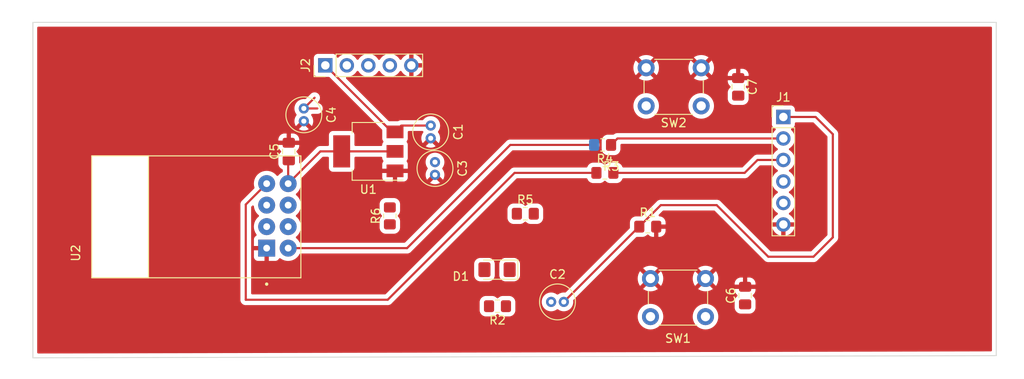
<source format=kicad_pcb>
(kicad_pcb (version 20211014) (generator pcbnew)
  (layers (0 "F.Cu" signal) (31 "B.Cu" signal) (34 "B.Paste" user) (35 "F.Paste" user) (36 "B.SilkS" user "B.Silkscreen") (37 "F.SilkS" user "F.Silkscreen") (38 "B.Mask" user) (39 "F.Mask" user) (44 "Edge.Cuts" user))
  (net 0 "")
  (net 1 "5v")
  (net 2 "GND")
  (net 3 "uC_RST")
  (net 4 "DTR")
  (net 5 "3.3v")
  (net 6 "PRG")
  (net 7 "Net-(J1-Pad2)")
  (net 8 "Net-(J1-Pad3)")
  (net 11 "uC_TX")
  (net 12 "uC_RX")
  (net 13 "Net-(R6-Pad1)")
  (footprint "Resistor_SMD:R_0805_2012Metric_Pad1.20x1.40mm_HandSolder" (layer "F.Cu") (at 71.136 107.188 180)
    (fp_text reference "R2" (at 0 -1.65) (layer "F.SilkS"))
    (fp_text value "10k")
    (fp_line (start -0.227064 0.735) (end 0.227064 0.735) (layer "F.SilkS") (width 0.12))
    (fp_line (start -0.227064 -0.735) (end 0.227064 -0.735) (layer "F.SilkS") (width 0.12))
    (pad "1" smd roundrect (at -1 0 180) (size 1.2 1.4) (layers "F.Cu" "F.Paste" "F.Mask") (roundrect_rratio 0.208333) (net 5 "3.3v"))
    (pad "2" smd roundrect (at 1 0 180) (size 1.2 1.4) (layers "F.Cu" "F.Paste" "F.Mask") (roundrect_rratio 0.208333) (net 3 "uC_RST"))
  )
  (footprint "Capacitor_SMD:C_0805_2012Metric_Pad1.18x1.45mm_HandSolder" (layer "F.Cu") (at 46.482 88.9215 90)
    (fp_text reference "C5" (at 0 -1.68 90) (layer "F.SilkS"))
    (fp_text value "0.1u")
    (fp_line (start -0.261252 -0.735) (end 0.261252 -0.735) (layer "F.SilkS") (width 0.12))
    (fp_line (start -0.261252 0.735) (end 0.261252 0.735) (layer "F.SilkS") (width 0.12))
    (pad "1" smd roundrect (at -1.0375 0 90) (size 1.175 1.45) (layers "F.Cu" "F.Paste" "F.Mask") (roundrect_rratio 0.212766) (net 5 "3.3v"))
    (pad "2" smd roundrect (at 1.0375 0 90) (size 1.175 1.45) (layers "F.Cu" "F.Paste" "F.Mask") (roundrect_rratio 0.212766) (net 2 "GND"))
  )
  (footprint "Capacitor_SMD:C_0805_2012Metric_Pad1.18x1.45mm_HandSolder" (layer "F.Cu") (at 100.382 105.9325 90)
    (fp_text reference "C6" (at 0 -1.68 90) (layer "F.SilkS"))
    (fp_text value "0.1u")
    (fp_line (start -0.261252 -0.735) (end 0.261252 -0.735) (layer "F.SilkS") (width 0.12))
    (fp_line (start -0.261252 0.735) (end 0.261252 0.735) (layer "F.SilkS") (width 0.12))
    (pad "1" smd roundrect (at -1.0375 0 90) (size 1.175 1.45) (layers "F.Cu" "F.Paste" "F.Mask") (roundrect_rratio 0.212766) (net 6 "PRG"))
    (pad "2" smd roundrect (at 1.0375 0 90) (size 1.175 1.45) (layers "F.Cu" "F.Paste" "F.Mask") (roundrect_rratio 0.212766) (net 2 "GND"))
  )
  (footprint "Diode_SMD:D_1206_3216Metric_Pad1.42x1.75mm_HandSolder" (layer "F.Cu") (at 71.0835 102.87 180)
    (fp_text reference "D1" (at 4.2815 -0.804) (layer "F.SilkS"))
    (fp_text value "D")
    (fp_line (start 1.6 -1.135) (end -2.46 -1.135) (layer "F.SilkS") (width 0.12))
    (fp_line (start -2.46 1.135) (end 1.6 1.135) (layer "F.SilkS") (width 0.12))
    (fp_line (start -2.46 -1.135) (end -2.46 1.135) (layer "F.SilkS") (width 0.12))
    (pad "1" smd roundrect (at -1.4875 0 180) (size 1.425 1.75) (layers "F.Cu" "F.Paste" "F.Mask") (roundrect_rratio 0.175439) (net 5 "3.3v"))
    (pad "2" smd roundrect (at 1.4875 0 180) (size 1.425 1.75) (layers "F.Cu" "F.Paste" "F.Mask") (roundrect_rratio 0.175439) (net 3 "uC_RST"))
  )
  (footprint "Package_TO_SOT_SMD:SOT-223-3_TabPin2" (layer "F.Cu") (at 55.88 88.9 180)
    (fp_text reference "U1" (at 0 -4.5) (layer "F.SilkS"))
    (fp_text value "AMS1117-3.3")
    (fp_line (start -4.1 -3.41) (end 1.91 -3.41) (layer "F.SilkS") (width 0.12))
    (fp_line (start 1.91 -3.41) (end 1.91 -2.15) (layer "F.SilkS") (width 0.12))
    (fp_line (start -1.85 3.41) (end 1.91 3.41) (layer "F.SilkS") (width 0.12))
    (fp_line (start 1.91 3.41) (end 1.91 2.15) (layer "F.SilkS") (width 0.12))
    (pad "1" smd rect (at -3.15 -2.3 180) (size 2 1.5) (layers "F.Cu" "F.Paste" "F.Mask") (net 2 "GND"))
    (pad "2" smd rect (at 3.15 0 180) (size 2 3.8) (layers "F.Cu" "F.Paste" "F.Mask") (net 5 "3.3v"))
    (pad "2" smd rect (at -3.15 0 180) (size 2 1.5) (layers "F.Cu" "F.Paste" "F.Mask") (net 5 "3.3v"))
    (pad "3" smd rect (at -3.15 2.3 180) (size 2 1.5) (layers "F.Cu" "F.Paste" "F.Mask") (net 1 "5v"))
  )
  (footprint "Connector_PinHeader_2.54mm:PinHeader_1x06_P2.54mm_Vertical" (layer "F.Cu") (at 104.902 84.836)
    (fp_text reference "J1" (at 0 -2.33) (layer "F.SilkS"))
    (fp_text value "Conn_01x06_Female")
    (fp_line (start -1.33 -1.33) (end 0 -1.33) (layer "F.SilkS") (width 0.12))
    (fp_line (start -1.33 14.03) (end 1.33 14.03) (layer "F.SilkS") (width 0.12))
    (fp_line (start -1.33 1.27) (end -1.33 14.03) (layer "F.SilkS") (width 0.12))
    (fp_line (start -1.33 1.27) (end 1.33 1.27) (layer "F.SilkS") (width 0.12))
    (fp_line (start -1.33 0) (end -1.33 -1.33) (layer "F.SilkS") (width 0.12))
    (fp_line (start 1.33 1.27) (end 1.33 14.03) (layer "F.SilkS") (width 0.12))
    (pad "1" thru_hole rect (at 0 0) (size 1.7 1.7) (drill 1) (layers *.Cu *.Mask) (net 4 "DTR"))
    (pad "2" thru_hole oval (at 0 2.54) (size 1.7 1.7) (drill 1) (layers *.Cu *.Mask) (net 7 "Net-(J1-Pad2)"))
    (pad "3" thru_hole oval (at 0 5.08) (size 1.7 1.7) (drill 1) (layers *.Cu *.Mask) (net 8 "Net-(J1-Pad3)"))
    (pad "4" thru_hole oval (at 0 7.62) (size 1.7 1.7) (drill 1) (layers *.Cu *.Mask))
    (pad "5" thru_hole oval (at 0 10.16) (size 1.7 1.7) (drill 1) (layers *.Cu *.Mask))
    (pad "6" thru_hole oval (at 0 12.7) (size 1.7 1.7) (drill 1) (layers *.Cu *.Mask) (net 2 "GND"))
  )
  (footprint "Resistor_SMD:R_0805_2012Metric_Pad1.20x1.40mm_HandSolder" (layer "F.Cu") (at 83.82 91.44)
    (fp_text reference "R4" (at 0 -1.65) (layer "F.SilkS"))
    (fp_text value "330")
    (fp_line (start -0.227064 -0.735) (end 0.227064 -0.735) (layer "F.SilkS") (width 0.12))
    (fp_line (start -0.227064 0.735) (end 0.227064 0.735) (layer "F.SilkS") (width 0.12))
    (pad "1" smd roundrect (at -1 0) (size 1.2 1.4) (layers "F.Cu" "F.Paste" "F.Mask") (roundrect_rratio 0.208333) (net 12 "uC_RX"))
    (pad "2" smd roundrect (at 1 0) (size 1.2 1.4) (layers "F.Cu" "F.Paste" "F.Mask") (roundrect_rratio 0.208333) (net 8 "Net-(J1-Pad3)"))
  )
  (footprint "Resistor_SMD:R_0805_2012Metric_Pad1.20x1.40mm_HandSolder" (layer "F.Cu") (at 88.884 97.79)
    (fp_text reference "R1" (at 0 -1.65) (layer "F.SilkS"))
    (fp_text value "680")
    (fp_line (start -0.227064 -0.735) (end 0.227064 -0.735) (layer "F.SilkS") (width 0.12))
    (fp_line (start -0.227064 0.735) (end 0.227064 0.735) (layer "F.SilkS") (width 0.12))
    (pad "1" smd roundrect (at -1 0) (size 1.2 1.4) (layers "F.Cu" "F.Paste" "F.Mask") (roundrect_rratio 0.208333) (net 4 "DTR"))
    (pad "2" smd roundrect (at 1 0) (size 1.2 1.4) (layers "F.Cu" "F.Paste" "F.Mask") (roundrect_rratio 0.208333) (net 2 "GND"))
  )
  (footprint "ESP01:XCVR_ESP8266-01_ESP-01" (layer "F.Cu") (at 35.56 96.52 90)
    (fp_text reference "U2" (at -4.385 -14.235 90) (layer "F.SilkS"))
    (fp_text value "ESP01")
    (fp_line (start -7.31 12.35) (end -7.31 -5.65) (layer "F.SilkS") (width 0.127))
    (fp_line (start 7.09 -5.65) (end -7.31 -5.65) (layer "F.SilkS") (width 0.127))
    (fp_line (start -7.31 -12.35) (end 7.09 -12.35) (layer "F.SilkS") (width 0.127))
    (fp_line (start 7.09 -12.35) (end 7.09 -5.65) (layer "F.SilkS") (width 0.127))
    (fp_line (start 7.09 12.35) (end -7.31 12.35) (layer "F.SilkS") (width 0.127))
    (fp_line (start -7.31 -5.65) (end -7.31 -12.35) (layer "F.SilkS") (width 0.127))
    (fp_line (start 7.09 -5.65) (end 7.09 12.35) (layer "F.SilkS") (width 0.127))
    (fp_circle (center -8.06 8.31) (end -7.96 8.31) (layer "F.SilkS") (width 0.2) (fill none))
    (pad "1" thru_hole rect (at -3.81 8.31 90) (size 2 2) (drill 0.8) (layers *.Cu *.Mask) (net 2 "GND"))
    (pad "2" thru_hole circle (at -1.27 8.31 90) (size 2 2) (drill 0.8) (layers *.Cu *.Mask) (net 13 "Net-(R6-Pad1)"))
    (pad "3" thru_hole circle (at 1.27 8.31 90) (size 2 2) (drill 0.8) (layers *.Cu *.Mask) (net 6 "PRG"))
    (pad "4" thru_hole circle (at 3.81 8.31 90) (size 2 2) (drill 0.8) (layers *.Cu *.Mask) (net 12 "uC_RX"))
    (pad "5" thru_hole circle (at -3.81 10.85 90) (size 2 2) (drill 0.8) (layers *.Cu *.Mask) (net 11 "uC_TX"))
    (pad "6" thru_hole circle (at -1.27 10.85 90) (size 2 2) (drill 0.8) (layers *.Cu *.Mask) (net 5 "3.3v"))
    (pad "7" thru_hole circle (at 1.27 10.85 90) (size 2 2) (drill 0.8) (layers *.Cu *.Mask) (net 3 "uC_RST"))
    (pad "8" thru_hole circle (at 3.81 10.85 90) (size 2 2) (drill 0.8) (layers *.Cu *.Mask) (net 5 "3.3v"))
    (zone (net 0) (net_name "") (layer "F.Cu") (connect_pads (clearance 0)) (min_thickness 0.01)
      (keepout (tracks not_allowed) (vias not_allowed) (pads not_allowed) (copperpour not_allowed) (footprints allowed))
      (fill (thermal_gap 0.508) (thermal_bridge_width 0.508))
      (polygon (pts (xy 23.21 103.83) (xy 23.21 89.43) (xy 29.91 89.43) (xy 29.91 103.83)))
    )
  )
  (footprint "Button_Switch_THT:SW_PUSH_6mm_H5mm" (layer "F.Cu") (at 95.706 108.422 180)
    (fp_text reference "SW1" (at 3.25 -2.576) (layer "F.SilkS"))
    (fp_text value "SW_DIP_x01")
    (fp_line (start -0.25 1.5) (end -0.25 3) (layer "F.SilkS") (width 0.12))
    (fp_line (start 6.75 3) (end 6.75 1.5) (layer "F.SilkS") (width 0.12))
    (fp_line (start 5.5 -1) (end 1 -1) (layer "F.SilkS") (width 0.12))
    (fp_line (start 1 5.5) (end 5.5 5.5) (layer "F.SilkS") (width 0.12))
    (pad "1" thru_hole circle (at 0 0 270) (size 2 2) (drill 1.1) (layers *.Cu *.Mask) (net 6 "PRG"))
    (pad "1" thru_hole circle (at 6.5 0 270) (size 2 2) (drill 1.1) (layers *.Cu *.Mask) (net 6 "PRG"))
    (pad "2" thru_hole circle (at 6.5 4.5 270) (size 2 2) (drill 1.1) (layers *.Cu *.Mask) (net 2 "GND"))
    (pad "2" thru_hole circle (at 0 4.5 270) (size 2 2) (drill 1.1) (layers *.Cu *.Mask) (net 2 "GND"))
  )
  (footprint "Connector_PinHeader_2.54mm:PinHeader_1x05_P2.54mm_Vertical" (layer "F.Cu") (at 50.8 78.74 90)
    (fp_text reference "J2" (at 0 -2.33 90) (layer "F.SilkS"))
    (fp_text value "Conn_01x05_Female")
    (fp_line (start -1.33 11.49) (end 1.33 11.49) (layer "F.SilkS") (width 0.12))
    (fp_line (start -1.33 1.27) (end 1.33 1.27) (layer "F.SilkS") (width 0.12))
    (fp_line (start -1.33 -1.33) (end 0 -1.33) (layer "F.SilkS") (width 0.12))
    (fp_line (start -1.33 1.27) (end -1.33 11.49) (layer "F.SilkS") (width 0.12))
    (fp_line (start 1.33 1.27) (end 1.33 11.49) (layer "F.SilkS") (width 0.12))
    (fp_line (start -1.33 0) (end -1.33 -1.33) (layer "F.SilkS") (width 0.12))
    (pad "1" thru_hole rect (at 0 0 90) (size 1.7 1.7) (drill 1) (layers *.Cu *.Mask) (net 1 "5v"))
    (pad "2" thru_hole oval (at 0 2.54 90) (size 1.7 1.7) (drill 1) (layers *.Cu *.Mask))
    (pad "3" thru_hole oval (at 0 5.08 90) (size 1.7 1.7) (drill 1) (layers *.Cu *.Mask))
    (pad "4" thru_hole oval (at 0 7.62 90) (size 1.7 1.7) (drill 1) (layers *.Cu *.Mask))
    (pad "5" thru_hole oval (at 0 10.16 90) (size 1.7 1.7) (drill 1) (layers *.Cu *.Mask) (net 2 "GND"))
  )
  (footprint "Resistor_SMD:R_0805_2012Metric_Pad1.20x1.40mm_HandSolder" (layer "F.Cu") (at 83.55 88.138 180)
    (fp_text reference "R3" (at -1.016 -2.54) (layer "F.SilkS"))
    (fp_text value "330")
    (fp_line (start -0.227064 0.735) (end 0.227064 0.735) (layer "F.SilkS") (width 0.12))
    (fp_line (start -0.227064 -0.735) (end 0.227064 -0.735) (layer "F.SilkS") (width 0.12))
    (pad "1" smd roundrect (at -1 0 180) (size 1.2 1.4) (layers "F.Cu" "F.Paste" "F.Mask") (roundrect_rratio 0.208333) (net 7 "Net-(J1-Pad2)"))
    (pad "2" smd roundrect (at 1 0 180) (size 1.2 1.4) (layers "B.Cu" "F.Paste" "F.Mask") (roundrect_rratio 0.208333) (net 11 "uC_TX"))
  )
  (footprint "Capacitor_THT:C_Radial_D4.0mm_H7.0mm_P1.50mm" (layer "F.Cu") (at 48.26 83.832 -90)
    (fp_text reference "C4" (at 0.75 -3.25 90) (layer "F.SilkS"))
    (fp_text value "470u")
    (fp_circle (center 0.75 0) (end 2.87 0) (layer "F.SilkS") (width 0.12) (fill none))
    (pad "1" thru_hole circle (at 0 0 270) (size 1.2 1.2) (drill 0.6) (layers *.Cu *.Mask) (net 5 "3.3v"))
    (pad "2" thru_hole circle (at 1.5 0 270) (size 1.2 1.2) (drill 0.6) (layers *.Cu *.Mask) (net 2 "GND"))
  )
  (footprint "Capacitor_THT:C_Radial_D4.0mm_H7.0mm_P1.50mm" (layer "F.Cu") (at 63.246 85.852 -90)
    (fp_text reference "C1" (at 0.75 -3.25 90) (layer "F.SilkS"))
    (fp_text value "100u")
    (fp_circle (center 0.75 0) (end 2.87 0) (layer "F.SilkS") (width 0.12) (fill none))
    (pad "1" thru_hole circle (at 0 0 270) (size 1.2 1.2) (drill 0.6) (layers *.Cu *.Mask) (net 1 "5v"))
    (pad "2" thru_hole circle (at 1.5 0 270) (size 1.2 1.2) (drill 0.6) (layers *.Cu *.Mask) (net 2 "GND"))
  )
  (footprint "Resistor_SMD:R_0805_2012Metric_Pad1.20x1.40mm_HandSolder" (layer "F.Cu") (at 58.42 96.52 90)
    (fp_text reference "R6" (at 0 -1.65 90) (layer "F.SilkS"))
    (fp_text value "10k")
    (fp_line (start -0.227064 0.735) (end 0.227064 0.735) (layer "F.SilkS") (width 0.12))
    (fp_line (start -0.227064 -0.735) (end 0.227064 -0.735) (layer "F.SilkS") (width 0.12))
    (pad "1" smd roundrect (at -1 0 90) (size 1.2 1.4) (layers "F.Cu" "F.Paste" "F.Mask") (roundrect_rratio 0.208333) (net 13 "Net-(R6-Pad1)"))
    (pad "2" smd roundrect (at 1 0 90) (size 1.2 1.4) (layers "F.Cu" "F.Paste" "F.Mask") (roundrect_rratio 0.208333) (net 5 "3.3v"))
  )
  (footprint "Capacitor_SMD:C_0805_2012Metric_Pad1.18x1.45mm_HandSolder" (layer "F.Cu") (at 99.568 81.28 -90)
    (fp_text reference "C7" (at 0 -1.68 90) (layer "F.SilkS"))
    (fp_text value "0.1u")
    (fp_line (start -0.261252 0.735) (end 0.261252 0.735) (layer "F.SilkS") (width 0.12))
    (fp_line (start -0.261252 -0.735) (end 0.261252 -0.735) (layer "F.SilkS") (width 0.12))
    (pad "1" smd roundrect (at -1.0375 0 270) (size 1.175 1.45) (layers "F.Cu" "F.Paste" "F.Mask") (roundrect_rratio 0.212766) (net 2 "GND"))
    (pad "2" smd roundrect (at 1.0375 0 270) (size 1.175 1.45) (layers "F.Cu" "F.Paste" "F.Mask") (roundrect_rratio 0.212766) (net 3 "uC_RST"))
  )
  (footprint "Capacitor_THT:C_Radial_D4.0mm_H7.0mm_P1.50mm" (layer "F.Cu") (at 63.754 90.17 -90)
    (fp_text reference "C3" (at 0.75 -3.25 90) (layer "F.SilkS"))
    (fp_text value "220u")
    (fp_circle (center 0.75 0) (end 2.87 0) (layer "F.SilkS") (width 0.12) (fill none))
    (pad "1" thru_hole circle (at 0 0 270) (size 1.2 1.2) (drill 0.6) (layers *.Cu *.Mask) (net 5 "3.3v"))
    (pad "2" thru_hole circle (at 1.5 0 270) (size 1.2 1.2) (drill 0.6) (layers *.Cu *.Mask) (net 2 "GND"))
  )
  (footprint "Capacitor_THT:C_Radial_D4.0mm_H7.0mm_P1.50mm" (layer "F.Cu") (at 77.47 106.68)
    (fp_text reference "C2" (at 0.75 -3.25) (layer "F.SilkS"))
    (fp_text value "2.2u")
    (fp_circle (center 0.75 0) (end 2.87 0) (layer "F.SilkS") (width 0.12) (fill none))
    (pad "1" thru_hole circle (at 0 0) (size 1.2 1.2) (drill 0.6) (layers *.Cu *.Mask) (net 3 "uC_RST"))
    (pad "2" thru_hole circle (at 1.5 0) (size 1.2 1.2) (drill 0.6) (layers *.Cu *.Mask) (net 4 "DTR"))
  )
  (footprint "Button_Switch_THT:SW_PUSH_6mm_H5mm" (layer "F.Cu") (at 95.198 83.53 180)
    (fp_text reference "SW2" (at 3.25 -2) (layer "F.SilkS"))
    (fp_text value "SW_DIP_x01")
    (fp_line (start -0.25 1.5) (end -0.25 3) (layer "F.SilkS") (width 0.12))
    (fp_line (start 5.5 -1) (end 1 -1) (layer "F.SilkS") (width 0.12))
    (fp_line (start 6.75 3) (end 6.75 1.5) (layer "F.SilkS") (width 0.12))
    (fp_line (start 1 5.5) (end 5.5 5.5) (layer "F.SilkS") (width 0.12))
    (pad "1" thru_hole circle (at 0 0 270) (size 2 2) (drill 1.1) (layers *.Cu *.Mask) (net 3 "uC_RST"))
    (pad "1" thru_hole circle (at 6.5 0 270) (size 2 2) (drill 1.1) (layers *.Cu *.Mask) (net 3 "uC_RST"))
    (pad "2" thru_hole circle (at 6.5 4.5 270) (size 2 2) (drill 1.1) (layers *.Cu *.Mask) (net 2 "GND"))
    (pad "2" thru_hole circle (at 0 4.5 270) (size 2 2) (drill 1.1) (layers *.Cu *.Mask) (net 2 "GND"))
  )
  (footprint "Resistor_SMD:R_0805_2012Metric_Pad1.20x1.40mm_HandSolder" (layer "F.Cu") (at 74.422 96.266)
    (fp_text reference "R5" (at 0 -1.65) (layer "F.SilkS"))
    (fp_text value "10k")
    (fp_line (start -0.227064 -0.735) (end 0.227064 -0.735) (layer "F.SilkS") (width 0.12))
    (fp_line (start -0.227064 0.735) (end 0.227064 0.735) (layer "F.SilkS") (width 0.12))
    (pad "1" smd roundrect (at -1 0) (size 1.2 1.4) (layers "F.Cu" "F.Paste" "F.Mask") (roundrect_rratio 0.208333) (net 6 "PRG"))
    (pad "2" smd roundrect (at 1 0) (size 1.2 1.4) (layers "F.Cu" "F.Paste" "F.Mask") (roundrect_rratio 0.208333) (net 5 "3.3v"))
  )
  (gr_line (start 16.256 73.66) (end 130.048 73.66) (layer "Edge.Cuts") (width 0.1))
  (gr_line (start 130.048 73.66) (end 130.048 113.03) (layer "Edge.Cuts") (width 0.1))
  (gr_line (start 130.048 113.03) (end 16.256 113.284) (layer "Edge.Cuts") (width 0.1))
  (gr_line (start 16.256 113.284) (end 16.256 73.66) (layer "Edge.Cuts") (width 0.1))
  (segment (start 50.8 78.74) (end 58.66 86.6) (width 0.25) (layer "F.Cu") (net 1))
  (segment (start 59.778 85.852) (end 59.03 86.6) (width 0.25) (layer "F.Cu") (net 1))
  (segment (start 63.246 85.852) (end 59.778 85.852) (width 0.25) (layer "F.Cu") (net 1))
  (segment (start 58.66 86.6) (end 59.03 86.6) (width 0.25) (layer "F.Cu") (net 1))
  (segment (start 90.424 95.25) (end 97.028 95.25) (width 0.25) (layer "F.Cu") (net 4))
  (segment (start 87.86 97.79) (end 78.97 106.68) (width 0.25) (layer "F.Cu") (net 4))
  (segment (start 103.124 101.346) (end 108.458 101.346) (width 0.25) (layer "F.Cu") (net 4))
  (segment (start 110.744 86.868) (end 108.712 84.836) (width 0.25) (layer "F.Cu") (net 4))
  (segment (start 108.458 101.346) (end 110.744 99.06) (width 0.25) (layer "F.Cu") (net 4))
  (segment (start 110.744 99.06) (end 110.744 86.868) (width 0.25) (layer "F.Cu") (net 4))
  (segment (start 87.884 97.79) (end 90.424 95.25) (width 0.25) (layer "F.Cu") (net 4))
  (segment (start 87.884 97.79) (end 87.86 97.79) (width 0.25) (layer "F.Cu") (net 4))
  (segment (start 97.028 95.25) (end 103.124 101.346) (width 0.25) (layer "F.Cu") (net 4))
  (segment (start 108.712 84.836) (end 104.902 84.836) (width 0.25) (layer "F.Cu") (net 4))
  (segment (start 52.73 88.9) (end 59.03 88.9) (width 0.25) (layer "F.Cu") (net 5))
  (segment (start 46.41 90.031) (end 46.41 92.71) (width 0.25) (layer "F.Cu") (net 5))
  (segment (start 48.26 83.832) (end 49.856 83.832) (width 0.25) (layer "F.Cu") (net 5))
  (segment (start 52.73 88.9) (end 50.22 88.9) (width 0.25) (layer "F.Cu") (net 5))
  (segment (start 48.26 83.832) (end 49.53 82.562) (width 0.25) (layer "F.Cu") (net 5))
  (segment (start 50.22 88.9) (end 46.41 92.71) (width 0.25) (layer "F.Cu") (net 5))
  (segment (start 46.482 89.959) (end 46.41 90.031) (width 0.25) (layer "F.Cu") (net 5))
  (segment (start 84.55 88.138) (end 85.312 87.376) (width 0.25) (layer "F.Cu") (net 7))
  (segment (start 85.312 87.376) (end 104.902 87.376) (width 0.25) (layer "F.Cu") (net 7))
  (segment (start 100.33 91.44) (end 101.854 89.916) (width 0.25) (layer "F.Cu") (net 8))
  (segment (start 101.854 89.916) (end 104.902 89.916) (width 0.25) (layer "F.Cu") (net 8))
  (segment (start 84.82 91.44) (end 100.33 91.44) (width 0.25) (layer "F.Cu") (net 8))
  (segment (start 46.41 100.33) (end 60.452 100.33) (width 0.25) (layer "F.Cu") (net 11))
  (segment (start 72.644 88.138) (end 82.55 88.138) (width 0.25) (layer "F.Cu") (net 11))
  (segment (start 60.452 100.33) (end 72.644 88.138) (width 0.25) (layer "F.Cu") (net 11))
  (segment (start 43.87 92.71) (end 41.402 95.178) (width 0.25) (layer "F.Cu") (net 12))
  (segment (start 73.152 91.44) (end 82.82 91.44) (width 0.25) (layer "F.Cu") (net 12))
  (segment (start 58.166 106.426) (end 73.152 91.44) (width 0.25) (layer "F.Cu") (net 12))
  (segment (start 41.402 106.426) (end 58.166 106.426) (width 0.25) (layer "F.Cu") (net 12))
  (segment (start 41.402 95.178) (end 41.402 106.426) (width 0.25) (layer "F.Cu") (net 12))
  (zone (net 2) (net_name "GND") (layer "F.Cu") (connect_pads (clearance 0.508)) (min_thickness 0.254) (fill yes (thermal_gap 0.508) (thermal_bridge_width 0.508))
    (polygon (pts (xy 133.35 115.062) (xy 14.478 115.824) (xy 15.748 71.882) (xy 15.748 72.39) (xy 133.096 71.12)))
  )
)
</source>
